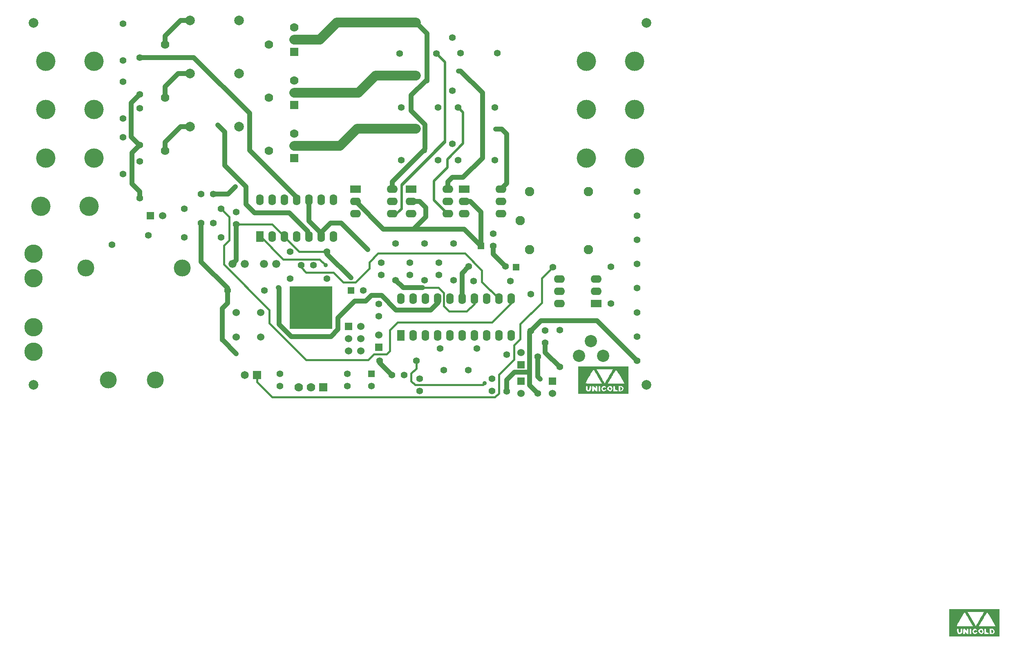
<source format=gtl>
G04 (created by PCBNEW (2013-mar-13)-testing) date mar 05 nov 2013 08:38:10 ART*
%MOIN*%
G04 Gerber Fmt 3.4, Leading zero omitted, Abs format*
%FSLAX34Y34*%
G01*
G70*
G90*
G04 APERTURE LIST*
%ADD10C,0.003937*%
%ADD11C,0.000100*%
%ADD12R,0.055000X0.055000*%
%ADD13C,0.055000*%
%ADD14R,0.070000X0.070000*%
%ADD15C,0.070000*%
%ADD16C,0.078740*%
%ADD17R,0.065000X0.065000*%
%ADD18C,0.065000*%
%ADD19R,0.060000X0.060000*%
%ADD20C,0.060000*%
%ADD21C,0.066000*%
%ADD22C,0.150000*%
%ADD23R,0.090000X0.062000*%
%ADD24O,0.090000X0.062000*%
%ADD25R,0.062000X0.090000*%
%ADD26O,0.062000X0.090000*%
%ADD27R,0.350000X0.350000*%
%ADD28C,0.056000*%
%ADD29C,0.100000*%
%ADD30C,0.157480*%
%ADD31C,0.076700*%
%ADD32C,0.137800*%
%ADD33C,0.078700*%
%ADD34C,0.035000*%
%ADD35C,0.039370*%
%ADD36C,0.078740*%
%ADD37C,0.015748*%
%ADD38C,0.021654*%
G04 APERTURE END LIST*
G54D10*
G54D11*
G36*
X81988Y-54676D02*
X81658Y-54676D01*
X81658Y-53843D01*
X81548Y-53650D01*
X81380Y-53357D01*
X81242Y-53121D01*
X81135Y-52940D01*
X81057Y-52813D01*
X81006Y-52736D01*
X80982Y-52710D01*
X80961Y-52737D01*
X80912Y-52811D01*
X80844Y-52921D01*
X80761Y-53057D01*
X80710Y-53142D01*
X80710Y-52688D01*
X80710Y-52687D01*
X80674Y-52684D01*
X80582Y-52681D01*
X80444Y-52681D01*
X80271Y-52681D01*
X80072Y-52683D01*
X80043Y-52683D01*
X79390Y-52693D01*
X79714Y-53250D01*
X79815Y-53423D01*
X79905Y-53574D01*
X79979Y-53694D01*
X80032Y-53775D01*
X80057Y-53808D01*
X80058Y-53809D01*
X80080Y-53781D01*
X80130Y-53705D01*
X80202Y-53589D01*
X80291Y-53441D01*
X80391Y-53270D01*
X80400Y-53255D01*
X80500Y-53082D01*
X80585Y-52930D01*
X80652Y-52808D01*
X80695Y-52724D01*
X80710Y-52688D01*
X80710Y-53142D01*
X80671Y-53208D01*
X80579Y-53363D01*
X80492Y-53512D01*
X80417Y-53643D01*
X80360Y-53746D01*
X80327Y-53810D01*
X80321Y-53825D01*
X80353Y-53830D01*
X80441Y-53835D01*
X80576Y-53839D01*
X80748Y-53841D01*
X80947Y-53842D01*
X80989Y-53843D01*
X81658Y-53843D01*
X81658Y-54676D01*
X81584Y-54676D01*
X81584Y-54230D01*
X81552Y-54129D01*
X81532Y-54103D01*
X81448Y-54055D01*
X81332Y-54043D01*
X81188Y-54043D01*
X81188Y-54259D01*
X81188Y-54476D01*
X81327Y-54476D01*
X81442Y-54461D01*
X81524Y-54422D01*
X81527Y-54421D01*
X81575Y-54337D01*
X81584Y-54230D01*
X81584Y-54676D01*
X81121Y-54676D01*
X81121Y-54428D01*
X81090Y-54389D01*
X81013Y-54370D01*
X80947Y-54359D01*
X80913Y-54331D01*
X80899Y-54266D01*
X80894Y-54201D01*
X80883Y-54103D01*
X80862Y-54055D01*
X80822Y-54043D01*
X80819Y-54043D01*
X80784Y-54050D01*
X80764Y-54081D01*
X80756Y-54152D01*
X80754Y-54259D01*
X80754Y-54476D01*
X80938Y-54476D01*
X81050Y-54471D01*
X81107Y-54454D01*
X81121Y-54428D01*
X81121Y-54676D01*
X80686Y-54676D01*
X80686Y-54233D01*
X80662Y-54133D01*
X80635Y-54095D01*
X80550Y-54050D01*
X80449Y-54050D01*
X80352Y-54087D01*
X80280Y-54154D01*
X80254Y-54238D01*
X80274Y-54307D01*
X80322Y-54386D01*
X80323Y-54388D01*
X80414Y-54459D01*
X80520Y-54473D01*
X80620Y-54427D01*
X80627Y-54421D01*
X80674Y-54339D01*
X80686Y-54233D01*
X80686Y-54676D01*
X80188Y-54676D01*
X80188Y-54337D01*
X80162Y-54313D01*
X80104Y-54313D01*
X80044Y-54336D01*
X80027Y-54349D01*
X79977Y-54366D01*
X79929Y-54335D01*
X79900Y-54275D01*
X79903Y-54213D01*
X79942Y-54163D01*
X80000Y-54142D01*
X80049Y-54157D01*
X80060Y-54175D01*
X80092Y-54189D01*
X80119Y-54177D01*
X80149Y-54144D01*
X80126Y-54099D01*
X80123Y-54095D01*
X80048Y-54051D01*
X79951Y-54049D01*
X79861Y-54088D01*
X79838Y-54108D01*
X79816Y-54148D01*
X79816Y-53843D01*
X79482Y-53268D01*
X79380Y-53092D01*
X79290Y-52937D01*
X79217Y-52812D01*
X79166Y-52726D01*
X79142Y-52687D01*
X79141Y-52686D01*
X79123Y-52710D01*
X79079Y-52782D01*
X79014Y-52890D01*
X78934Y-53024D01*
X78847Y-53174D01*
X78758Y-53327D01*
X78673Y-53475D01*
X78599Y-53605D01*
X78542Y-53708D01*
X78508Y-53772D01*
X78503Y-53784D01*
X78499Y-53804D01*
X78511Y-53819D01*
X78547Y-53829D01*
X78615Y-53836D01*
X78724Y-53840D01*
X78881Y-53842D01*
X79094Y-53842D01*
X79148Y-53843D01*
X79816Y-53843D01*
X79816Y-54148D01*
X79786Y-54204D01*
X79785Y-54300D01*
X79824Y-54386D01*
X79893Y-54448D01*
X79981Y-54476D01*
X80075Y-54456D01*
X80127Y-54421D01*
X80174Y-54368D01*
X80188Y-54337D01*
X80188Y-54676D01*
X79938Y-54676D01*
X79688Y-54676D01*
X79688Y-54259D01*
X79685Y-54142D01*
X79676Y-54077D01*
X79655Y-54048D01*
X79621Y-54043D01*
X79585Y-54049D01*
X79565Y-54079D01*
X79556Y-54147D01*
X79554Y-54259D01*
X79556Y-54376D01*
X79565Y-54442D01*
X79586Y-54470D01*
X79621Y-54476D01*
X79657Y-54469D01*
X79677Y-54439D01*
X79686Y-54371D01*
X79688Y-54259D01*
X79688Y-54676D01*
X79454Y-54676D01*
X79454Y-54259D01*
X79452Y-54142D01*
X79443Y-54077D01*
X79422Y-54048D01*
X79388Y-54043D01*
X79340Y-54057D01*
X79322Y-54112D01*
X79320Y-54151D01*
X79320Y-54259D01*
X79250Y-54151D01*
X79172Y-54065D01*
X79101Y-54043D01*
X79058Y-54047D01*
X79034Y-54069D01*
X79023Y-54126D01*
X79021Y-54230D01*
X79021Y-54259D01*
X79022Y-54376D01*
X79031Y-54441D01*
X79051Y-54469D01*
X79091Y-54476D01*
X79104Y-54476D01*
X79166Y-54463D01*
X79187Y-54413D01*
X79189Y-54384D01*
X79190Y-54293D01*
X79258Y-54384D01*
X79322Y-54447D01*
X79386Y-54476D01*
X79390Y-54476D01*
X79425Y-54468D01*
X79444Y-54436D01*
X79453Y-54364D01*
X79454Y-54259D01*
X79454Y-54676D01*
X78954Y-54676D01*
X78954Y-54234D01*
X78954Y-54204D01*
X78950Y-54106D01*
X78935Y-54058D01*
X78900Y-54043D01*
X78888Y-54043D01*
X78843Y-54055D01*
X78824Y-54103D01*
X78820Y-54168D01*
X78807Y-54291D01*
X78770Y-54359D01*
X78711Y-54366D01*
X78708Y-54365D01*
X78671Y-54325D01*
X78655Y-54236D01*
X78654Y-54194D01*
X78650Y-54099D01*
X78632Y-54055D01*
X78593Y-54043D01*
X78588Y-54043D01*
X78547Y-54051D01*
X78527Y-54089D01*
X78521Y-54172D01*
X78521Y-54207D01*
X78534Y-54339D01*
X78570Y-54420D01*
X78573Y-54423D01*
X78657Y-54466D01*
X78764Y-54472D01*
X78864Y-54442D01*
X78893Y-54421D01*
X78937Y-54350D01*
X78954Y-54234D01*
X78954Y-54676D01*
X77888Y-54676D01*
X77888Y-53559D01*
X77888Y-52443D01*
X79938Y-52443D01*
X81988Y-52443D01*
X81988Y-53559D01*
X81988Y-54676D01*
X81988Y-54676D01*
X81988Y-54676D01*
G37*
G36*
X80579Y-54264D02*
X80568Y-54299D01*
X80510Y-54360D01*
X80451Y-54355D01*
X80428Y-54336D01*
X80392Y-54267D01*
X80398Y-54196D01*
X80440Y-54154D01*
X80506Y-54156D01*
X80559Y-54201D01*
X80579Y-54264D01*
X80579Y-54264D01*
X80579Y-54264D01*
G37*
G36*
X81479Y-54285D02*
X81435Y-54357D01*
X81375Y-54403D01*
X81339Y-54391D01*
X81323Y-54320D01*
X81321Y-54259D01*
X81324Y-54161D01*
X81338Y-54119D01*
X81375Y-54120D01*
X81423Y-54144D01*
X81478Y-54204D01*
X81479Y-54285D01*
X81479Y-54285D01*
X81479Y-54285D01*
G37*
G36*
X112263Y-74479D02*
X111933Y-74479D01*
X111933Y-73646D01*
X111823Y-73453D01*
X111655Y-73160D01*
X111517Y-72924D01*
X111410Y-72743D01*
X111332Y-72616D01*
X111281Y-72539D01*
X111257Y-72513D01*
X111236Y-72540D01*
X111187Y-72614D01*
X111119Y-72724D01*
X111036Y-72860D01*
X110985Y-72945D01*
X110985Y-72491D01*
X110985Y-72490D01*
X110949Y-72487D01*
X110857Y-72484D01*
X110719Y-72484D01*
X110546Y-72484D01*
X110347Y-72486D01*
X110318Y-72486D01*
X109665Y-72496D01*
X109989Y-73053D01*
X110090Y-73226D01*
X110180Y-73377D01*
X110254Y-73497D01*
X110307Y-73578D01*
X110332Y-73611D01*
X110333Y-73612D01*
X110355Y-73584D01*
X110405Y-73508D01*
X110477Y-73392D01*
X110566Y-73244D01*
X110666Y-73073D01*
X110675Y-73058D01*
X110775Y-72885D01*
X110860Y-72733D01*
X110927Y-72611D01*
X110970Y-72527D01*
X110985Y-72491D01*
X110985Y-72945D01*
X110946Y-73011D01*
X110854Y-73166D01*
X110767Y-73315D01*
X110692Y-73446D01*
X110635Y-73549D01*
X110602Y-73613D01*
X110596Y-73628D01*
X110628Y-73633D01*
X110716Y-73638D01*
X110851Y-73642D01*
X111023Y-73644D01*
X111222Y-73645D01*
X111264Y-73646D01*
X111933Y-73646D01*
X111933Y-74479D01*
X111859Y-74479D01*
X111859Y-74033D01*
X111827Y-73932D01*
X111807Y-73906D01*
X111723Y-73858D01*
X111607Y-73846D01*
X111463Y-73846D01*
X111463Y-74062D01*
X111463Y-74279D01*
X111602Y-74279D01*
X111717Y-74264D01*
X111799Y-74225D01*
X111802Y-74224D01*
X111850Y-74140D01*
X111859Y-74033D01*
X111859Y-74479D01*
X111396Y-74479D01*
X111396Y-74231D01*
X111365Y-74192D01*
X111288Y-74173D01*
X111222Y-74162D01*
X111188Y-74134D01*
X111174Y-74069D01*
X111169Y-74004D01*
X111158Y-73906D01*
X111137Y-73858D01*
X111097Y-73846D01*
X111094Y-73846D01*
X111059Y-73853D01*
X111039Y-73884D01*
X111031Y-73955D01*
X111029Y-74062D01*
X111029Y-74279D01*
X111213Y-74279D01*
X111325Y-74274D01*
X111382Y-74257D01*
X111396Y-74231D01*
X111396Y-74479D01*
X110961Y-74479D01*
X110961Y-74036D01*
X110937Y-73936D01*
X110910Y-73898D01*
X110825Y-73853D01*
X110724Y-73853D01*
X110627Y-73890D01*
X110555Y-73957D01*
X110529Y-74041D01*
X110549Y-74110D01*
X110597Y-74189D01*
X110598Y-74191D01*
X110689Y-74262D01*
X110795Y-74276D01*
X110895Y-74230D01*
X110902Y-74224D01*
X110949Y-74142D01*
X110961Y-74036D01*
X110961Y-74479D01*
X110463Y-74479D01*
X110463Y-74140D01*
X110437Y-74116D01*
X110379Y-74116D01*
X110319Y-74139D01*
X110302Y-74152D01*
X110252Y-74169D01*
X110204Y-74138D01*
X110175Y-74078D01*
X110178Y-74016D01*
X110217Y-73966D01*
X110275Y-73945D01*
X110324Y-73960D01*
X110335Y-73978D01*
X110367Y-73992D01*
X110394Y-73980D01*
X110424Y-73947D01*
X110401Y-73902D01*
X110398Y-73898D01*
X110323Y-73854D01*
X110226Y-73852D01*
X110136Y-73891D01*
X110113Y-73911D01*
X110091Y-73951D01*
X110091Y-73646D01*
X109757Y-73071D01*
X109655Y-72895D01*
X109565Y-72740D01*
X109492Y-72615D01*
X109441Y-72529D01*
X109417Y-72490D01*
X109416Y-72489D01*
X109398Y-72513D01*
X109354Y-72585D01*
X109289Y-72693D01*
X109209Y-72827D01*
X109122Y-72977D01*
X109033Y-73130D01*
X108948Y-73278D01*
X108874Y-73408D01*
X108817Y-73511D01*
X108783Y-73575D01*
X108778Y-73587D01*
X108774Y-73607D01*
X108786Y-73622D01*
X108822Y-73632D01*
X108890Y-73639D01*
X108999Y-73643D01*
X109156Y-73645D01*
X109369Y-73645D01*
X109423Y-73646D01*
X110091Y-73646D01*
X110091Y-73951D01*
X110061Y-74007D01*
X110060Y-74103D01*
X110099Y-74189D01*
X110168Y-74251D01*
X110256Y-74279D01*
X110350Y-74259D01*
X110402Y-74224D01*
X110449Y-74171D01*
X110463Y-74140D01*
X110463Y-74479D01*
X110213Y-74479D01*
X109963Y-74479D01*
X109963Y-74062D01*
X109960Y-73945D01*
X109951Y-73880D01*
X109930Y-73851D01*
X109896Y-73846D01*
X109860Y-73852D01*
X109840Y-73882D01*
X109831Y-73950D01*
X109829Y-74062D01*
X109831Y-74179D01*
X109840Y-74245D01*
X109861Y-74273D01*
X109896Y-74279D01*
X109932Y-74272D01*
X109952Y-74242D01*
X109961Y-74174D01*
X109963Y-74062D01*
X109963Y-74479D01*
X109729Y-74479D01*
X109729Y-74062D01*
X109727Y-73945D01*
X109718Y-73880D01*
X109697Y-73851D01*
X109663Y-73846D01*
X109615Y-73860D01*
X109597Y-73915D01*
X109595Y-73954D01*
X109595Y-74062D01*
X109525Y-73954D01*
X109447Y-73868D01*
X109376Y-73846D01*
X109333Y-73850D01*
X109309Y-73872D01*
X109298Y-73929D01*
X109296Y-74033D01*
X109296Y-74062D01*
X109297Y-74179D01*
X109306Y-74244D01*
X109326Y-74272D01*
X109366Y-74279D01*
X109379Y-74279D01*
X109441Y-74266D01*
X109462Y-74216D01*
X109464Y-74187D01*
X109465Y-74096D01*
X109533Y-74187D01*
X109597Y-74250D01*
X109661Y-74279D01*
X109665Y-74279D01*
X109700Y-74271D01*
X109719Y-74239D01*
X109728Y-74167D01*
X109729Y-74062D01*
X109729Y-74479D01*
X109229Y-74479D01*
X109229Y-74037D01*
X109229Y-74007D01*
X109225Y-73909D01*
X109210Y-73861D01*
X109175Y-73846D01*
X109163Y-73846D01*
X109118Y-73858D01*
X109099Y-73906D01*
X109095Y-73971D01*
X109082Y-74094D01*
X109045Y-74162D01*
X108986Y-74169D01*
X108983Y-74168D01*
X108946Y-74128D01*
X108930Y-74039D01*
X108929Y-73997D01*
X108925Y-73902D01*
X108907Y-73858D01*
X108868Y-73846D01*
X108863Y-73846D01*
X108822Y-73854D01*
X108802Y-73892D01*
X108796Y-73975D01*
X108796Y-74010D01*
X108809Y-74142D01*
X108845Y-74223D01*
X108848Y-74226D01*
X108932Y-74269D01*
X109039Y-74275D01*
X109139Y-74245D01*
X109168Y-74224D01*
X109212Y-74153D01*
X109229Y-74037D01*
X109229Y-74479D01*
X108163Y-74479D01*
X108163Y-73362D01*
X108163Y-72246D01*
X110213Y-72246D01*
X112263Y-72246D01*
X112263Y-73362D01*
X112263Y-74479D01*
X112263Y-74479D01*
X112263Y-74479D01*
G37*
G36*
X110854Y-74067D02*
X110843Y-74102D01*
X110785Y-74163D01*
X110726Y-74158D01*
X110703Y-74139D01*
X110667Y-74070D01*
X110673Y-73999D01*
X110715Y-73957D01*
X110781Y-73959D01*
X110834Y-74004D01*
X110854Y-74067D01*
X110854Y-74067D01*
X110854Y-74067D01*
G37*
G36*
X111754Y-74088D02*
X111710Y-74160D01*
X111650Y-74206D01*
X111614Y-74194D01*
X111598Y-74123D01*
X111596Y-74062D01*
X111599Y-73964D01*
X111613Y-73922D01*
X111650Y-73923D01*
X111698Y-73947D01*
X111753Y-74007D01*
X111754Y-74088D01*
X111754Y-74088D01*
X111754Y-74088D01*
G37*
G54D12*
X59342Y-46259D03*
G54D13*
X60342Y-46259D03*
X82677Y-48031D03*
X82677Y-50000D03*
X82677Y-51968D03*
X82677Y-44094D03*
X82677Y-46062D03*
X82677Y-38188D03*
X82677Y-40157D03*
X82677Y-42125D03*
G54D14*
X54724Y-35448D03*
G54D15*
X54724Y-33448D03*
X54724Y-34448D03*
G54D14*
X54724Y-31118D03*
G54D15*
X54724Y-29118D03*
X54724Y-30118D03*
G54D14*
X54724Y-26787D03*
G54D15*
X54724Y-24787D03*
X54724Y-25787D03*
G54D16*
X33464Y-53937D03*
X83464Y-53937D03*
X83464Y-24409D03*
X33464Y-24409D03*
G54D13*
X50000Y-40854D03*
X50000Y-39854D03*
X55307Y-44192D03*
X56307Y-44192D03*
X48137Y-40748D03*
X47137Y-40748D03*
X48137Y-38385D03*
X47137Y-38385D03*
X61614Y-48334D03*
X61614Y-47334D03*
X75196Y-49500D03*
X75196Y-50500D03*
X62688Y-53149D03*
X63688Y-53149D03*
X70866Y-53437D03*
X70866Y-54437D03*
G54D17*
X51681Y-53149D03*
G54D18*
X50681Y-53149D03*
G54D13*
X53543Y-53043D03*
X53543Y-54043D03*
X64960Y-53437D03*
X64960Y-54437D03*
X59055Y-53043D03*
X59055Y-54043D03*
X66535Y-44988D03*
X66535Y-43988D03*
X64173Y-44988D03*
X64173Y-43988D03*
G54D19*
X59145Y-49196D03*
G54D20*
X60145Y-49196D03*
X59145Y-50196D03*
X60145Y-50196D03*
X59145Y-51196D03*
X60145Y-51196D03*
G54D12*
X72830Y-44330D03*
G54D13*
X75830Y-44330D03*
G54D21*
X52255Y-44094D03*
X53255Y-44094D03*
X49696Y-44094D03*
X50696Y-44094D03*
G54D22*
X33464Y-43244D03*
X33464Y-45244D03*
X33464Y-49244D03*
X33464Y-51244D03*
G54D23*
X79374Y-47299D03*
G54D24*
X79374Y-46299D03*
X79374Y-45299D03*
X76374Y-45299D03*
X76374Y-46299D03*
X76374Y-47299D03*
G54D19*
X43003Y-40157D03*
G54D20*
X44003Y-40157D03*
G54D19*
X73228Y-52311D03*
G54D20*
X73228Y-51311D03*
G54D19*
X73228Y-53633D03*
G54D20*
X73228Y-54633D03*
G54D19*
X61614Y-50893D03*
G54D20*
X61614Y-49893D03*
G54D12*
X69972Y-42625D03*
G54D13*
X70972Y-42625D03*
X70972Y-41625D03*
X71972Y-44291D03*
X68972Y-44291D03*
X57405Y-43070D03*
X54405Y-43070D03*
X45744Y-41929D03*
X48744Y-41929D03*
X72366Y-45472D03*
X69366Y-45472D03*
X45744Y-39566D03*
X48744Y-39566D03*
X40748Y-33736D03*
X40748Y-36736D03*
X42125Y-35704D03*
X42125Y-38704D03*
X40748Y-29208D03*
X40748Y-32208D03*
X42125Y-31374D03*
X42125Y-34374D03*
X40748Y-24484D03*
X40748Y-27484D03*
X42125Y-27240D03*
X42125Y-30240D03*
X76377Y-52484D03*
X76377Y-49484D03*
X72047Y-54492D03*
X72047Y-51492D03*
X57405Y-45275D03*
X54405Y-45275D03*
X64688Y-51968D03*
X61688Y-51968D03*
X49287Y-46259D03*
X52287Y-46259D03*
X69610Y-50984D03*
X66610Y-50984D03*
X80551Y-47326D03*
X80551Y-44326D03*
X74606Y-51649D03*
X74606Y-54649D03*
X74015Y-46531D03*
X74015Y-49531D03*
X67716Y-42397D03*
X67716Y-45397D03*
X65354Y-42397D03*
X65354Y-45397D03*
X62992Y-42397D03*
X62992Y-45397D03*
X63460Y-35629D03*
X66460Y-35629D03*
X71086Y-35629D03*
X68086Y-35629D03*
X63460Y-31299D03*
X66460Y-31299D03*
X71086Y-31299D03*
X68086Y-31299D03*
X63318Y-26913D03*
X66318Y-26913D03*
X71283Y-26870D03*
X68283Y-26870D03*
G54D25*
X51921Y-41854D03*
G54D26*
X52921Y-41854D03*
X53921Y-41854D03*
X54921Y-41854D03*
X55921Y-41854D03*
X56921Y-41854D03*
X57921Y-41854D03*
X57921Y-38854D03*
X56921Y-38854D03*
X55921Y-38854D03*
X54921Y-38854D03*
X53921Y-38854D03*
X52921Y-38854D03*
X51921Y-38854D03*
G54D25*
X63413Y-49925D03*
G54D26*
X64413Y-49925D03*
X65413Y-49925D03*
X66413Y-49925D03*
X67413Y-49925D03*
X68413Y-49925D03*
X69413Y-49925D03*
X70413Y-49925D03*
X71413Y-49925D03*
X72413Y-49925D03*
X72413Y-46925D03*
X71413Y-46925D03*
X70413Y-46925D03*
X69413Y-46925D03*
X68413Y-46925D03*
X67413Y-46925D03*
X66413Y-46925D03*
X65413Y-46925D03*
X64413Y-46925D03*
X63413Y-46925D03*
G54D14*
X57102Y-54133D03*
G54D15*
X55102Y-54133D03*
X56102Y-54133D03*
G54D27*
X56102Y-47633D03*
G54D23*
X68578Y-37976D03*
G54D24*
X68578Y-38976D03*
X68578Y-39976D03*
X71578Y-39976D03*
X71578Y-38976D03*
X71578Y-37976D03*
G54D23*
X64248Y-37976D03*
G54D24*
X64248Y-38976D03*
X64248Y-39976D03*
X67248Y-39976D03*
X67248Y-38976D03*
X67248Y-37976D03*
G54D23*
X59720Y-37976D03*
G54D24*
X59720Y-38976D03*
X59720Y-39976D03*
X62720Y-39976D03*
X62720Y-38976D03*
X62720Y-37976D03*
G54D28*
X68913Y-52755D03*
X66913Y-52755D03*
G54D15*
X52657Y-34842D03*
X44192Y-34842D03*
X52657Y-30511D03*
X44192Y-30511D03*
X52657Y-26181D03*
X44192Y-26181D03*
G54D29*
X78937Y-50393D03*
X79921Y-51574D03*
X77952Y-51574D03*
G54D20*
X50000Y-50031D03*
X52000Y-50031D03*
X52000Y-48031D03*
X50000Y-48031D03*
G54D30*
X37992Y-39370D03*
X34055Y-39370D03*
X34448Y-35433D03*
X38385Y-35433D03*
X82480Y-35433D03*
X78543Y-35433D03*
X34448Y-31496D03*
X38385Y-31496D03*
X82480Y-31496D03*
X78543Y-31496D03*
X34448Y-27559D03*
X38385Y-27559D03*
X82480Y-27559D03*
X78543Y-27559D03*
G54D13*
X67617Y-29940D03*
X64665Y-28720D03*
X67617Y-25610D03*
X64665Y-24390D03*
G54D31*
X73937Y-42913D03*
X73937Y-38189D03*
X73149Y-40551D03*
X78739Y-38189D03*
X78739Y-42913D03*
G54D13*
X39862Y-42519D03*
X42814Y-41731D03*
X67617Y-34271D03*
X64665Y-33051D03*
G54D32*
X39566Y-53543D03*
X43385Y-53543D03*
X45590Y-44409D03*
X37716Y-44409D03*
G54D33*
X46228Y-32874D03*
X50228Y-32874D03*
X46228Y-28543D03*
X50228Y-28543D03*
G54D13*
X61811Y-44988D03*
X61811Y-43988D03*
G54D33*
X46228Y-24212D03*
X50228Y-24212D03*
G54D12*
X61023Y-53043D03*
G54D13*
X61023Y-54043D03*
G54D19*
X75787Y-53633D03*
G54D20*
X75787Y-54633D03*
G54D34*
X71578Y-37976D03*
X71161Y-33070D03*
X68110Y-28346D03*
X53425Y-46023D03*
X66413Y-46925D03*
X65354Y-45397D03*
X62992Y-45397D03*
X57283Y-44192D03*
X49921Y-37795D03*
X74803Y-53464D03*
X54724Y-33448D03*
X70271Y-53811D03*
X59291Y-45157D03*
X74015Y-49531D03*
X50000Y-51413D03*
X60728Y-42913D03*
X48503Y-32755D03*
G54D35*
X68413Y-46925D02*
X68413Y-44850D01*
X68413Y-44850D02*
X68972Y-44291D01*
X71161Y-33070D02*
X71653Y-33070D01*
X72047Y-37507D02*
X71578Y-37976D01*
X72047Y-33464D02*
X72047Y-37507D01*
X71653Y-33070D02*
X72047Y-33464D01*
G54D36*
X64665Y-33051D02*
X59861Y-33051D01*
X59861Y-33051D02*
X58464Y-34448D01*
X58464Y-34448D02*
X54724Y-34448D01*
G54D35*
X68110Y-28346D02*
X68307Y-28346D01*
X67248Y-37377D02*
X67248Y-37976D01*
X67618Y-37007D02*
X67248Y-37377D01*
X68503Y-37007D02*
X67618Y-37007D01*
X70078Y-35433D02*
X68503Y-37007D01*
X70078Y-30118D02*
X70078Y-35433D01*
X68307Y-28346D02*
X70078Y-30118D01*
G54D36*
X64665Y-28720D02*
X61358Y-28720D01*
X59960Y-30118D02*
X54724Y-30118D01*
X61358Y-28720D02*
X59960Y-30118D01*
G54D35*
X65403Y-32726D02*
X65403Y-34694D01*
X65403Y-34694D02*
X65354Y-34744D01*
X65354Y-34744D02*
X65354Y-34842D01*
X65354Y-34842D02*
X65354Y-34744D01*
X65551Y-29133D02*
X65452Y-29133D01*
X64271Y-31594D02*
X65403Y-32726D01*
X64271Y-30314D02*
X64271Y-31594D01*
X65452Y-29133D02*
X64271Y-30314D01*
X65354Y-34744D02*
X62720Y-37377D01*
X62720Y-37377D02*
X62720Y-37976D01*
X65551Y-25275D02*
X64665Y-24390D01*
X65551Y-29133D02*
X65551Y-25275D01*
G54D36*
X64665Y-24390D02*
X58208Y-24390D01*
X56811Y-25787D02*
X54724Y-25787D01*
X58208Y-24390D02*
X56811Y-25787D01*
G54D35*
X53444Y-46003D02*
X53503Y-46062D01*
X53425Y-46023D02*
X53444Y-46003D01*
X66413Y-46925D02*
X66456Y-46968D01*
X53503Y-49015D02*
X53503Y-46062D01*
X54488Y-50000D02*
X53503Y-49015D01*
X57716Y-50000D02*
X54488Y-50000D01*
X58307Y-49409D02*
X57716Y-50000D01*
X58307Y-48464D02*
X58307Y-49409D01*
X59645Y-47125D02*
X58307Y-48464D01*
X60551Y-47125D02*
X59645Y-47125D01*
X61023Y-46653D02*
X60551Y-47125D01*
X61850Y-46653D02*
X61023Y-46653D01*
X63031Y-47834D02*
X61850Y-46653D01*
X65866Y-47834D02*
X63031Y-47834D01*
X66456Y-47244D02*
X65866Y-47834D01*
X66456Y-46968D02*
X66456Y-47244D01*
X42125Y-34374D02*
X42090Y-34374D01*
X41417Y-30948D02*
X42125Y-30240D01*
X41417Y-33700D02*
X41417Y-30948D01*
X42090Y-34374D02*
X41417Y-33700D01*
X42125Y-38704D02*
X42125Y-38188D01*
X41496Y-35003D02*
X42125Y-34374D01*
X41496Y-37559D02*
X41496Y-35003D01*
X42125Y-38188D02*
X41496Y-37559D01*
G54D37*
X65196Y-46027D02*
X66500Y-46027D01*
X69413Y-47338D02*
X69413Y-46925D01*
X68789Y-47962D02*
X69413Y-47338D01*
X67352Y-47962D02*
X68789Y-47962D01*
X66919Y-47529D02*
X67352Y-47962D01*
X66919Y-46446D02*
X66919Y-47529D01*
X66500Y-46027D02*
X66919Y-46446D01*
G54D35*
X62992Y-45397D02*
X63622Y-46027D01*
X63622Y-46027D02*
X65196Y-46027D01*
G54D37*
X51921Y-41854D02*
X51992Y-41854D01*
X56791Y-43700D02*
X57283Y-44192D01*
X53838Y-43700D02*
X56791Y-43700D01*
X51992Y-41854D02*
X53838Y-43700D01*
G54D35*
X61688Y-51968D02*
X61688Y-52149D01*
X61688Y-52149D02*
X62688Y-53149D01*
G54D37*
X55307Y-44192D02*
X55307Y-44362D01*
X70039Y-45551D02*
X71413Y-46925D01*
X70039Y-44606D02*
X70039Y-45551D01*
X68661Y-43228D02*
X70039Y-44606D01*
X61574Y-43228D02*
X68661Y-43228D01*
X60866Y-43937D02*
X61574Y-43228D01*
X60866Y-44448D02*
X60866Y-43937D01*
X59724Y-45590D02*
X60866Y-44448D01*
X58740Y-45590D02*
X59724Y-45590D01*
X57913Y-44763D02*
X58740Y-45590D01*
X55708Y-44763D02*
X57913Y-44763D01*
X55307Y-44362D02*
X55708Y-44763D01*
X72413Y-46925D02*
X72413Y-47281D01*
X49409Y-40232D02*
X48744Y-39566D01*
X49409Y-42145D02*
X49409Y-40232D01*
X48976Y-42578D02*
X49409Y-42145D01*
X48976Y-44124D02*
X48976Y-42578D01*
X52687Y-47834D02*
X48976Y-44124D01*
X52687Y-48897D02*
X52687Y-47834D01*
X55708Y-51919D02*
X52687Y-48897D01*
X60757Y-51919D02*
X55708Y-51919D01*
X61240Y-51437D02*
X60757Y-51919D01*
X62253Y-51437D02*
X61240Y-51437D01*
X62519Y-51171D02*
X62253Y-51437D01*
X62519Y-49478D02*
X62519Y-51171D01*
X63159Y-48838D02*
X62519Y-49478D01*
X70856Y-48838D02*
X63159Y-48838D01*
X72413Y-47281D02*
X70856Y-48838D01*
G54D35*
X48137Y-38385D02*
X49330Y-38385D01*
X49330Y-38385D02*
X49921Y-37795D01*
G54D37*
X51681Y-53149D02*
X51681Y-53720D01*
X74909Y-45251D02*
X75830Y-44330D01*
X74909Y-47255D02*
X74909Y-45251D01*
X73173Y-48992D02*
X74909Y-47255D01*
X73173Y-50200D02*
X73173Y-48992D01*
X72645Y-50728D02*
X73173Y-50200D01*
X72645Y-51885D02*
X72645Y-50728D01*
X71413Y-53118D02*
X72645Y-51885D01*
X71413Y-54633D02*
X71413Y-53118D01*
X71086Y-54960D02*
X71413Y-54633D01*
X52921Y-54960D02*
X71086Y-54960D01*
X51681Y-53720D02*
X52921Y-54960D01*
G54D35*
X74606Y-53267D02*
X74606Y-51649D01*
X74803Y-53464D02*
X74606Y-53267D01*
G54D37*
X50000Y-40854D02*
X52921Y-40854D01*
X52921Y-40854D02*
X53921Y-41854D01*
X64688Y-51968D02*
X64688Y-52610D01*
X70133Y-53948D02*
X70271Y-53811D01*
X64578Y-53948D02*
X70133Y-53948D01*
X64271Y-53641D02*
X64578Y-53948D01*
X64271Y-53027D02*
X64271Y-53641D01*
X64688Y-52610D02*
X64271Y-53027D01*
G54D35*
X74015Y-49531D02*
X74031Y-49531D01*
X79409Y-48700D02*
X82677Y-51968D01*
X74862Y-48700D02*
X79409Y-48700D01*
X74031Y-49531D02*
X74862Y-48700D01*
X59342Y-45208D02*
X57405Y-43271D01*
X57405Y-43271D02*
X57405Y-43070D01*
G54D37*
X57405Y-43070D02*
X57405Y-43350D01*
X59212Y-45157D02*
X59291Y-45157D01*
X57405Y-43350D02*
X59212Y-45157D01*
X53921Y-41854D02*
X53921Y-41874D01*
X53921Y-41874D02*
X55118Y-43070D01*
X55118Y-43070D02*
X57405Y-43070D01*
G54D35*
X50000Y-40854D02*
X50000Y-43791D01*
X50000Y-43791D02*
X49696Y-44094D01*
X72047Y-54492D02*
X72047Y-53543D01*
X72047Y-53543D02*
X72677Y-52913D01*
X72677Y-52913D02*
X73937Y-52913D01*
X73937Y-52913D02*
X73779Y-52913D01*
X73779Y-52913D02*
X73937Y-52913D01*
X74015Y-49531D02*
X73937Y-49610D01*
X73937Y-53980D02*
X74606Y-54649D01*
X73937Y-49610D02*
X73937Y-52913D01*
X73937Y-52913D02*
X73937Y-53980D01*
X48858Y-50291D02*
X48877Y-50291D01*
X48877Y-50291D02*
X50000Y-51413D01*
X49287Y-46259D02*
X49287Y-47279D01*
X48858Y-47708D02*
X48858Y-50291D01*
X49287Y-47279D02*
X48858Y-47708D01*
X64468Y-41240D02*
X68586Y-41240D01*
X68586Y-41240D02*
X69972Y-42625D01*
X68578Y-38976D02*
X69094Y-38976D01*
X69094Y-38976D02*
X69972Y-39854D01*
X69972Y-39854D02*
X69972Y-42625D01*
X64248Y-38976D02*
X64960Y-38976D01*
X65452Y-39468D02*
X65452Y-40181D01*
X64960Y-38976D02*
X65452Y-39468D01*
X59720Y-38976D02*
X59744Y-38976D01*
X65452Y-40255D02*
X65452Y-40181D01*
X64468Y-41240D02*
X65452Y-40255D01*
X62007Y-41240D02*
X64468Y-41240D01*
X59744Y-38976D02*
X62007Y-41240D01*
X56921Y-41854D02*
X56921Y-41503D01*
X58562Y-40748D02*
X60728Y-42913D01*
X57677Y-40748D02*
X58562Y-40748D01*
X56921Y-41503D02*
X57677Y-40748D01*
X56921Y-41854D02*
X56921Y-41566D01*
X55921Y-40566D02*
X55921Y-38854D01*
X56921Y-41566D02*
X55921Y-40566D01*
X49287Y-46259D02*
X49287Y-46059D01*
X49287Y-46059D02*
X47137Y-43909D01*
X47137Y-43909D02*
X47137Y-40748D01*
X75196Y-50500D02*
X75196Y-51303D01*
X75196Y-51303D02*
X76377Y-52484D01*
X44192Y-30511D02*
X44192Y-29625D01*
X45275Y-28543D02*
X46228Y-28543D01*
X44192Y-29625D02*
X45275Y-28543D01*
X44192Y-26181D02*
X44192Y-25492D01*
X45472Y-24212D02*
X46228Y-24212D01*
X44192Y-25492D02*
X45472Y-24212D01*
X50787Y-38866D02*
X50787Y-39204D01*
X50787Y-39204D02*
X51503Y-39921D01*
X51503Y-39921D02*
X54330Y-39921D01*
X54330Y-39921D02*
X55354Y-40944D01*
X50787Y-37795D02*
X50787Y-38866D01*
X55826Y-41759D02*
X55921Y-41854D01*
X55826Y-41417D02*
X55826Y-41759D01*
X55354Y-40944D02*
X55826Y-41417D01*
X49055Y-36062D02*
X50787Y-37795D01*
X49055Y-33307D02*
X49055Y-36062D01*
X48503Y-32755D02*
X49055Y-33307D01*
X54921Y-38854D02*
X54921Y-38661D01*
X51082Y-34822D02*
X51082Y-31791D01*
X54921Y-38661D02*
X51082Y-34822D01*
X42125Y-27240D02*
X46531Y-27240D01*
X46531Y-27240D02*
X51082Y-31791D01*
X44192Y-34842D02*
X44192Y-34153D01*
X45472Y-32874D02*
X46228Y-32874D01*
X44192Y-34153D02*
X45472Y-32874D01*
X70972Y-42625D02*
X70972Y-43291D01*
X70972Y-43291D02*
X71972Y-44291D01*
G54D38*
X67027Y-34055D02*
X67027Y-27622D01*
X67027Y-27622D02*
X66318Y-26913D01*
X62720Y-39976D02*
X63074Y-39976D01*
X63074Y-39976D02*
X63484Y-39566D01*
X63484Y-39566D02*
X63484Y-37598D01*
X63484Y-37598D02*
X67027Y-34055D01*
X67027Y-34055D02*
X67027Y-33956D01*
G54D37*
X63484Y-37696D02*
X66732Y-34448D01*
X63484Y-39566D02*
X63484Y-37696D01*
X63074Y-39976D02*
X63484Y-39566D01*
X67027Y-27622D02*
X66318Y-26913D01*
X66732Y-34448D02*
X67027Y-34153D01*
X67027Y-34153D02*
X67027Y-33956D01*
X67027Y-33956D02*
X67027Y-27622D01*
G54D38*
X67248Y-39976D02*
X67240Y-39976D01*
X68503Y-31716D02*
X68086Y-31299D01*
X68503Y-34251D02*
X68503Y-31716D01*
X67224Y-35531D02*
X68503Y-34251D01*
X67224Y-36220D02*
X67224Y-35531D01*
X66141Y-37303D02*
X67224Y-36220D01*
X66141Y-38877D02*
X66141Y-37303D01*
X67240Y-39976D02*
X66141Y-38877D01*
M02*

</source>
